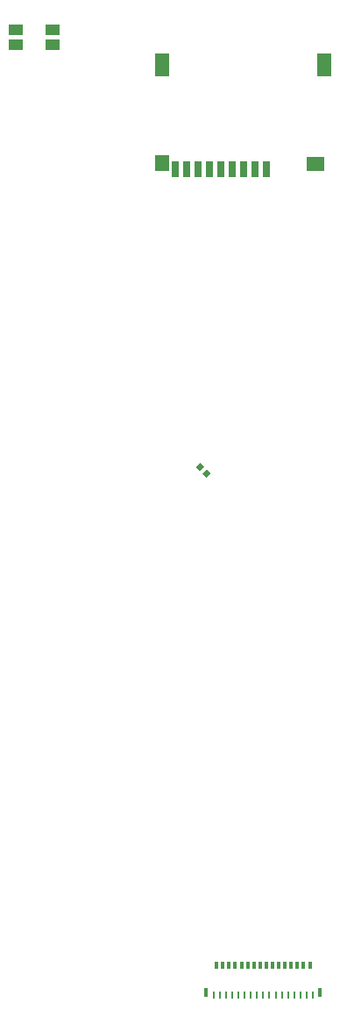
<source format=gbp>
G04 #@! TF.GenerationSoftware,KiCad,Pcbnew,5.1.5+dfsg1-2build2*
G04 #@! TF.CreationDate,2021-03-01T22:52:39+01:00*
G04 #@! TF.ProjectId,OtterCastAmp,4f747465-7243-4617-9374-416d702e6b69,rev?*
G04 #@! TF.SameCoordinates,Original*
G04 #@! TF.FileFunction,Paste,Bot*
G04 #@! TF.FilePolarity,Positive*
%FSLAX46Y46*%
G04 Gerber Fmt 4.6, Leading zero omitted, Abs format (unit mm)*
G04 Created by KiCad (PCBNEW 5.1.5+dfsg1-2build2) date 2021-03-01 22:52:39*
%MOMM*%
%LPD*%
G04 APERTURE LIST*
%ADD10R,0.400000X0.850000*%
%ADD11R,0.300000X0.650000*%
%ADD12R,0.260000X0.800000*%
%ADD13R,1.400000X1.050000*%
%ADD14R,0.700000X1.600000*%
%ADD15R,1.400000X1.600000*%
%ADD16R,1.400000X2.200000*%
%ADD17R,1.800000X1.400000*%
%ADD18C,0.100000*%
G04 APERTURE END LIST*
D10*
X174200000Y-143775000D03*
X185200000Y-143775000D03*
D11*
X175200000Y-141225000D03*
X175800000Y-141225000D03*
X176400000Y-141225000D03*
X177000000Y-141225000D03*
X177600000Y-141225000D03*
X178200000Y-141225000D03*
X178800000Y-141225000D03*
X179400000Y-141225000D03*
X180000000Y-141225000D03*
X180600000Y-141225000D03*
X181200000Y-141225000D03*
X181800000Y-141225000D03*
X182400000Y-141225000D03*
X183000000Y-141225000D03*
X183600000Y-141225000D03*
X184200000Y-141225000D03*
D12*
X174900000Y-144100000D03*
X175500000Y-144100000D03*
X176100000Y-144100000D03*
X176700000Y-144100000D03*
X177300000Y-144100000D03*
X177900000Y-144100000D03*
X178500000Y-144100000D03*
X179100000Y-144100000D03*
X179700000Y-144100000D03*
X180300000Y-144100000D03*
X180900000Y-144100000D03*
X181500000Y-144100000D03*
X182100000Y-144100000D03*
X182700000Y-144100000D03*
X183300000Y-144100000D03*
X183900000Y-144100000D03*
X184500000Y-144100000D03*
D13*
X155750000Y-50830000D03*
X159350000Y-50830000D03*
X155750000Y-52270000D03*
X159350000Y-52270000D03*
D14*
X180020000Y-64330000D03*
X178920000Y-64330000D03*
X177820000Y-64330000D03*
X176720000Y-64330000D03*
X175620000Y-64330000D03*
X174520000Y-64330000D03*
X173420000Y-64330000D03*
X172320000Y-64330000D03*
X171220000Y-64330000D03*
D15*
X169920000Y-63730000D03*
D16*
X169920000Y-54230000D03*
D17*
X184720000Y-63830000D03*
D16*
X185620000Y-54230000D03*
D18*
G36*
X173843431Y-93717695D02*
G01*
X174267695Y-93293431D01*
X174621249Y-93646985D01*
X174196985Y-94071249D01*
X173843431Y-93717695D01*
G37*
G36*
X173178751Y-93053015D02*
G01*
X173603015Y-92628751D01*
X173956569Y-92982305D01*
X173532305Y-93406569D01*
X173178751Y-93053015D01*
G37*
M02*

</source>
